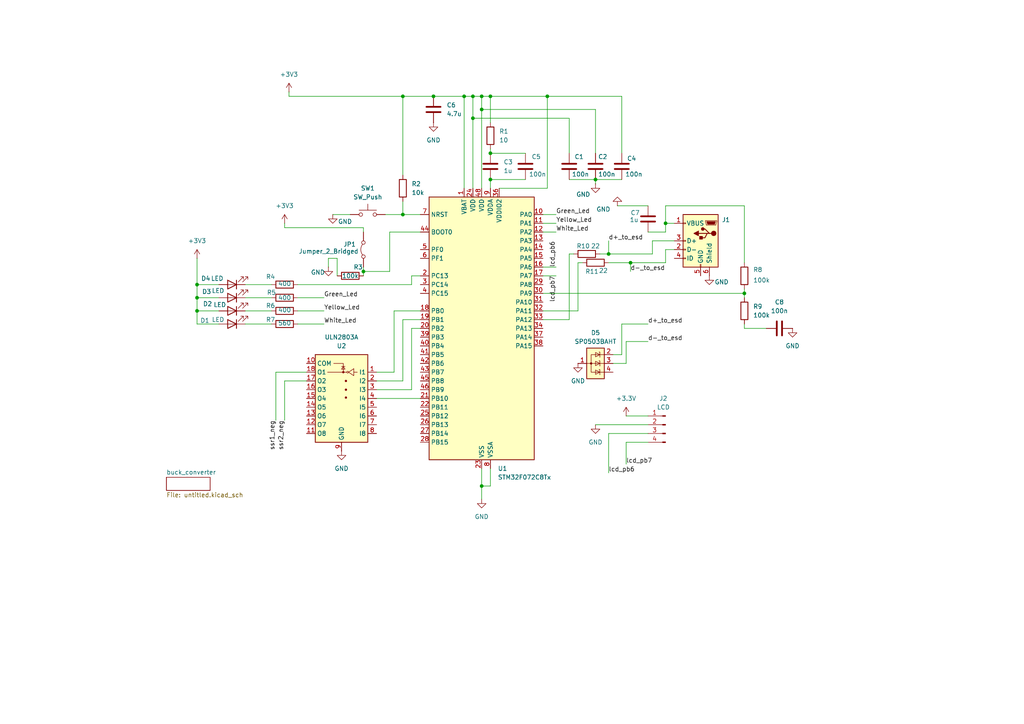
<source format=kicad_sch>
(kicad_sch (version 20250114) (generator "eeschema") (generator_version "9.0")
  (paper "A4")
  (title_block (title "Automatic Generator Transfer Switch") (date "2025-10-30") (rev "1") (company "Aidan Hall (CE) & Spencer Grow (CE)"))
  (lib_symbols
    (symbol "Connector:Conn_01x04_Pin" (pin_names (offset 1.016) (hide yes))
      (property "Reference" "J" (at 0 5.08 0))
      (property "Value" "Conn_01x04_Pin" (at 0 -7.62 0))
      (symbol "Conn_01x04_Pin_1_1"
        (rectangle (start 0.8636 2.667) (end 0 2.413) (stroke (width 0.1524)) (fill (type outline)))
        (rectangle (start 0.8636 0.127) (end 0 -0.127) (stroke (width 0.1524)) (fill (type outline)))
        (rectangle (start 0.8636 -2.413) (end 0 -2.667) (stroke (width 0.1524)) (fill (type outline)))
        (rectangle (start 0.8636 -4.953) (end 0 -5.207) (stroke (width 0.1524)) (fill (type outline)))
        (polyline (pts (xy 1.27 2.54) (xy 0.8636 2.54)) (stroke (width 0.1524)))
        (polyline (pts (xy 1.27 0) (xy 0.8636 0)) (stroke (width 0.1524)))
        (polyline (pts (xy 1.27 -2.54) (xy 0.8636 -2.54)) (stroke (width 0.1524)))
        (polyline (pts (xy 1.27 -5.08) (xy 0.8636 -5.08)) (stroke (width 0.1524)))
        (pin passive line (at 5.08 2.54 180) (length 3.81) (name "Pin_1") (number "1"))
        (pin passive line (at 5.08 0 180) (length 3.81) (name "Pin_2") (number "2"))
        (pin passive line (at 5.08 -2.54 180) (length 3.81) (name "Pin_3") (number "3"))
        (pin passive line (at 5.08 -5.08 180) (length 3.81) (name "Pin_4") (number "4"))
      )
    )
    (symbol "Connector:USB_B_Micro" (pin_names (offset 1.016))
      (property "Reference" "J" (at -5.08 11.43 0))
      (property "Value" "USB_B_Micro" (at -5.08 8.89 0))
      (symbol "USB_B_Micro_0_1"
        (rectangle (start -5.08 -7.62) (end 5.08 7.62) (stroke (width 0.254)) (fill (type background)))
        (polyline (pts (xy -4.699 5.842) (xy -4.699 5.588) (xy -4.445 4.826) (xy -4.445 4.572) (xy -1.651 4.572) (xy -1.651 4.826) (xy -1.397 5.588) (xy -1.397 5.842) (xy -4.699 5.842)))
        (polyline (pts (xy -4.318 5.588) (xy -1.778 5.588) (xy -2.032 4.826) (xy -4.064 4.826) (xy -4.318 5.588)) (fill (type outline)))
        (circle (center -3.81 2.159) (radius 0.635) (stroke (width 0.254)) (fill (type outline)))
        (polyline (pts (xy -3.175 2.159) (xy -2.54 2.159) (xy -1.27 3.429) (xy -0.635 3.429)) (stroke (width 0.254)))
        (polyline (pts (xy -2.54 2.159) (xy -1.905 2.159) (xy -1.27 0.889) (xy 0 0.889)) (stroke (width 0.254)))
        (polyline (pts (xy -1.905 2.159) (xy 0.635 2.159)) (stroke (width 0.254)))
        (circle (center -0.635 3.429) (radius 0.381) (stroke (width 0.254)) (fill (type outline)))
        (rectangle (start -0.127 -7.62) (end 0.127 -6.858))
        (rectangle (start 0.254 1.27) (end -0.508 0.508) (stroke (width 0.254)) (fill (type outline)))
        (polyline (pts (xy 0.635 2.794) (xy 0.635 1.524) (xy 1.905 2.159) (xy 0.635 2.794)) (stroke (width 0.254)) (fill (type outline)))
        (rectangle (start 5.08 4.953) (end 4.318 5.207))
        (rectangle (start 5.08 -0.127) (end 4.318 0.127))
        (rectangle (start 5.08 -2.667) (end 4.318 -2.413))
        (rectangle (start 5.08 -5.207) (end 4.318 -4.953))
      )
      (symbol "USB_B_Micro_1_1"
        (pin passive line (at -2.54 -10.16 90) (length 2.54) (name "Shield") (number "6"))
        (pin power_out line (at 0 -10.16 90) (length 2.54) (name "GND") (number "5"))
        (pin power_out line (at 7.62 5.08 180) (length 2.54) (name "VBUS") (number "1"))
        (pin bidirectional line (at 7.62 0 180) (length 2.54) (name "D+") (number "3"))
        (pin bidirectional line (at 7.62 -2.54 180) (length 2.54) (name "D-") (number "2"))
        (pin passive line (at 7.62 -5.08 180) (length 2.54) (name "ID") (number "4"))
      )
    )
    (symbol "Device:C" (pin_numbers (hide yes)) (pin_names (offset 0.254))
      (property "Reference" "C" (at 0.635 2.54 0))
      (property "Value" "C" (at 0.635 -2.54 0))
      (symbol "C_0_1"
        (polyline (pts (xy -2.032 0.762) (xy 2.032 0.762)) (stroke (width 0.508)))
        (polyline (pts (xy -2.032 -0.762) (xy 2.032 -0.762)) (stroke (width 0.508)))
      )
      (symbol "C_1_1"
        (pin passive line (at 0 3.81 270) (length 2.794) (name "~") (number "1"))
        (pin passive line (at 0 -3.81 90) (length 2.794) (name "~") (number "2"))
      )
    )
    (symbol "Device:LED" (pin_numbers (hide yes)) (pin_names (offset 1.016) (hide yes))
      (property "Reference" "D" (at 0 2.54 0))
      (property "Value" "LED" (at 0 -2.54 0))
      (symbol "LED_0_1"
        (polyline (pts (xy -3.048 -0.762) (xy -4.572 -2.286) (xy -3.81 -2.286) (xy -4.572 -2.286) (xy -4.572 -1.524)))
        (polyline (pts (xy -1.778 -0.762) (xy -3.302 -2.286) (xy -2.54 -2.286) (xy -3.302 -2.286) (xy -3.302 -1.524)))
        (polyline (pts (xy -1.27 0) (xy 1.27 0)))
        (polyline (pts (xy -1.27 -1.27) (xy -1.27 1.27)) (stroke (width 0.254)))
        (polyline (pts (xy 1.27 -1.27) (xy 1.27 1.27) (xy -1.27 0) (xy 1.27 -1.27)) (stroke (width 0.254)))
      )
      (symbol "LED_1_1"
        (pin passive line (at -3.81 0 0) (length 2.54) (name "K") (number "1"))
        (pin passive line (at 3.81 0 180) (length 2.54) (name "A") (number "2"))
      )
    )
    (symbol "Device:R" (pin_numbers (hide yes)) (pin_names (offset 0))
      (property "Reference" "R" (at 2.032 0 90))
      (property "Value" "R" (at 0 0 90))
      (symbol "R_0_1"
        (rectangle (start -1.016 -2.54) (end 1.016 2.54) (stroke (width 0.254)))
      )
      (symbol "R_1_1"
        (pin passive line (at 0 3.81 270) (length 1.27) (name "~") (number "1"))
        (pin passive line (at 0 -3.81 90) (length 1.27) (name "~") (number "2"))
      )
    )
    (symbol "Jumper:Jumper_2_Bridged" (pin_numbers (hide yes)) (pin_names (offset 0) (hide yes))
      (property "Reference" "JP" (at 0 1.905 0))
      (property "Value" "Jumper_2_Bridged" (at 0 -2.54 0))
      (symbol "Jumper_2_Bridged_0_0"
        (circle (center -2.032 0) (radius 0.508))
        (circle (center 2.032 0) (radius 0.508))
      )
      (symbol "Jumper_2_Bridged_0_1"
        (arc (start -1.524 0.254) (mid 0 0.762) (end 1.524 0.254))
      )
      (symbol "Jumper_2_Bridged_1_1"
        (pin passive line (at -5.08 0 0) (length 2.54) (name "A") (number "1"))
        (pin passive line (at 5.08 0 180) (length 2.54) (name "B") (number "2"))
      )
    )
    (symbol "MCU_ST_STM32F0:STM32F072C8Tx"
      (property "Reference" "U" (at -15.24 39.37 0))
      (property "Value" "STM32F072C8Tx" (at 7.62 39.37 0))
      (symbol "STM32F072C8Tx_0_1"
        (rectangle (start -15.24 -38.1) (end 15.24 38.1) (stroke (width 0.254)) (fill (type background)))
      )
      (symbol "STM32F072C8Tx_1_1"
        (pin input line (at -17.78 33.02 0) (length 2.54) (name "NRST") (number "7"))
        (pin input line (at -17.78 27.94 0) (length 2.54) (name "BOOT0") (number "44"))
        (pin bidirectional line (at -17.78 22.86 0) (length 2.54) (name "PF0") (number "5"))
        (pin bidirectional line (at -17.78 20.32 0) (length 2.54) (name "PF1") (number "6"))
        (pin bidirectional line (at -17.78 15.24 0) (length 2.54) (name "PC13") (number "2"))
        (pin bidirectional line (at -17.78 12.7 0) (length 2.54) (name "PC14") (number "3"))
        (pin bidirectional line (at -17.78 10.16 0) (length 2.54) (name "PC15") (number "4"))
        (pin bidirectional line (at -17.78 5.08 0) (length 2.54) (name "PB0") (number "18"))
        (pin bidirectional line (at -17.78 2.54 0) (length 2.54) (name "PB1") (number "19"))
        (pin bidirectional line (at -17.78 0 0) (length 2.54) (name "PB2") (number "20"))
        (pin bidirectional line (at -17.78 -2.54 0) (length 2.54) (name "PB3") (number "39"))
        (pin bidirectional line (at -17.78 -5.08 0) (length 2.54) (name "PB4") (number "40"))
        (pin bidirectional line (at -17.78 -7.62 0) (length 2.54) (name "PB5") (number "41"))
        (pin bidirectional line (at -17.78 -10.16 0) (length 2.54) (name "PB6") (number "42"))
        (pin bidirectional line (at -17.78 -12.7 0) (length 2.54) (name "PB7") (number "43"))
        (pin bidirectional line (at -17.78 -15.24 0) (length 2.54) (name "PB8") (number "45"))
        (pin bidirectional line (at -17.78 -17.78 0) (length 2.54) (name "PB9") (number "46"))
        (pin bidirectional line (at -17.78 -20.32 0) (length 2.54) (name "PB10") (number "21"))
        (pin bidirectional line (at -17.78 -22.86 0) (length 2.54) (name "PB11") (number "22"))
        (pin bidirectional line (at -17.78 -25.4 0) (length 2.54) (name "PB12") (number "25"))
        (pin bidirectional line (at -17.78 -27.94 0) (length 2.54) (name "PB13") (number "26"))
        (pin bidirectional line (at -17.78 -30.48 0) (length 2.54) (name "PB14") (number "27"))
        (pin bidirectional line (at -17.78 -33.02 0) (length 2.54) (name "PB15") (number "28"))
        (pin power_in line (at -5.08 40.64 270) (length 2.54) (name "VBAT") (number "1"))
        (pin power_in line (at -2.54 40.64 270) (length 2.54) (name "VDD") (number "24"))
        (pin power_in line (at 0 40.64 270) (length 2.54) (name "VDD") (number "48"))
        (pin power_in line (at 0 -40.64 90) (length 2.54) (name "VSS") (number "23"))
        (pin passive line (at 0 -40.64 90) (length 2.54) (hide yes) (name "VSS") (number "35"))
        (pin passive line (at 0 -40.64 90) (length 2.54) (hide yes) (name "VSS") (number "47"))
        (pin power_in line (at 2.54 40.64 270) (length 2.54) (name "VDDA") (number "9"))
        (pin power_in line (at 2.54 -40.64 90) (length 2.54) (name "VSSA") (number "8"))
        (pin power_in line (at 5.08 40.64 270) (length 2.54) (name "VDDIO2") (number "36"))
        (pin bidirectional line (at 17.78 33.02 180) (length 2.54) (name "PA0") (number "10"))
        (pin bidirectional line (at 17.78 30.48 180) (length 2.54) (name "PA1") (number "11"))
        (pin bidirectional line (at 17.78 27.94 180) (length 2.54) (name "PA2") (number "12"))
        (pin bidirectional line (at 17.78 25.4 180) (length 2.54) (name "PA3") (number "13"))
        (pin bidirectional line (at 17.78 22.86 180) (length 2.54) (name "PA4") (number "14"))
        (pin bidirectional line (at 17.78 20.32 180) (length 2.54) (name "PA5") (number "15"))
        (pin bidirectional line (at 17.78 17.78 180) (length 2.54) (name "PA6") (number "16"))
        (pin bidirectional line (at 17.78 15.24 180) (length 2.54) (name "PA7") (number "17"))
        (pin bidirectional line (at 17.78 12.7 180) (length 2.54) (name "PA8") (number "29"))
        (pin bidirectional line (at 17.78 10.16 180) (length 2.54) (name "PA9") (number "30"))
        (pin bidirectional line (at 17.78 7.62 180) (length 2.54) (name "PA10") (number "31"))
        (pin bidirectional line (at 17.78 5.08 180) (length 2.54) (name "PA11") (number "32"))
        (pin bidirectional line (at 17.78 2.54 180) (length 2.54) (name "PA12") (number "33"))
        (pin bidirectional line (at 17.78 0 180) (length 2.54) (name "PA13") (number "34"))
        (pin bidirectional line (at 17.78 -2.54 180) (length 2.54) (name "PA14") (number "37"))
        (pin bidirectional line (at 17.78 -5.08 180) (length 2.54) (name "PA15") (number "38"))
      )
    )
    (symbol "Power_Protection:SP0503BAHT" (pin_names (hide yes))
      (property "Reference" "D" (at 5.715 2.54 0))
      (property "Value" "SP0503BAHT" (at 5.715 0.635 0))
      (symbol "SP0503BAHT_0_0"
        (pin passive line (at 0 -5.08 90) (length 2.54) (name "A") (number "1"))
      )
      (symbol "SP0503BAHT_0_1"
        (rectangle (start -4.445 2.54) (end 4.445 -2.54) (stroke (width 0.254)) (fill (type background)))
        (polyline (pts (xy -3.302 1.016) (xy -3.302 1.27) (xy -1.905 1.27) (xy -1.778 1.27)))
        (polyline (pts (xy -2.54 2.54) (xy -2.54 1.27)))
        (polyline (pts (xy -2.54 1.27) (xy -2.54 -1.27) (xy 2.54 -1.27) (xy 2.54 1.27)))
        (polyline (pts (xy -2.54 1.27) (xy -1.905 0) (xy -3.175 0) (xy -2.54 1.27)))
        (polyline (pts (xy 0 2.54) (xy 0 1.27)))
        (polyline (pts (xy 0 -1.27) (xy 0 1.27)))
        (polyline (pts (xy 0 -1.27) (xy 0 -2.54)))
        (circle (center 0 -1.27) (radius 0.254) (fill (type outline)))
        (polyline (pts (xy 0.635 1.27) (xy 0.762 1.27)))
        (polyline (pts (xy 0.635 1.27) (xy -0.762 1.27) (xy -0.762 1.016)))
        (polyline (pts (xy 0.635 0) (xy -0.635 0) (xy 0 1.27) (xy 0.635 0)))
        (polyline (pts (xy 1.778 1.016) (xy 1.778 1.27) (xy 3.175 1.27) (xy 3.302 1.27)))
        (polyline (pts (xy 2.54 2.54) (xy 2.54 1.27)))
        (polyline (pts (xy 2.54 1.27) (xy 1.905 0) (xy 3.175 0) (xy 2.54 1.27)))
      )
      (symbol "SP0503BAHT_1_1"
        (pin passive line (at -2.54 5.08 270) (length 2.54) (name "K") (number "2"))
        (pin passive line (at 0 5.08 270) (length 2.54) (name "K") (number "3"))
        (pin passive line (at 2.54 5.08 270) (length 2.54) (name "K") (number "4"))
      )
    )
    (symbol "Switch:SW_Push" (pin_numbers (hide yes)) (pin_names (offset 1.016) (hide yes))
      (property "Reference" "SW" (at 1.27 2.54 0))
      (property "Value" "SW_Push" (at 0 -1.524 0))
      (symbol "SW_Push_0_1"
        (circle (center -2.032 0) (radius 0.508))
        (polyline (pts (xy 0 1.27) (xy 0 3.048)))
        (circle (center 2.032 0) (radius 0.508))
        (polyline (pts (xy 2.54 1.27) (xy -2.54 1.27)))
        (pin passive line (at -5.08 0 0) (length 2.54) (name "1") (number "1"))
        (pin passive line (at 5.08 0 180) (length 2.54) (name "2") (number "2"))
      )
    )
    (symbol "Transistor_Array:ULN2803A"
      (property "Reference" "U" (at 0 13.335 0))
      (property "Value" "ULN2803A" (at 0 11.43 0))
      (symbol "ULN2803A_0_1"
        (rectangle (start -7.62 -15.24) (end 7.62 10.16) (stroke (width 0.254)) (fill (type background)))
        (polyline (pts (xy -4.572 5.08) (xy -3.556 5.08)))
        (polyline (pts (xy -3.556 6.096) (xy -3.556 4.064) (xy -2.032 5.08) (xy -3.556 6.096)))
        (circle (center -1.778 5.08) (radius 0.254))
        (polyline (pts (xy -1.524 5.08) (xy 4.064 5.08)))
        (circle (center -1.27 2.54) (radius 0.254) (fill (type outline)))
        (circle (center -1.27 0) (radius 0.254) (fill (type outline)))
        (circle (center -1.27 -2.286) (radius 0.254) (fill (type outline)))
        (circle (center -0.508 5.08) (radius 0.254) (fill (type outline)))
        (polyline (pts (xy -0.508 5.08) (xy -0.508 7.62) (xy 2.286 7.62)))
        (polyline (pts (xy 0 6.731) (xy -1.016 6.731)))
        (polyline (pts (xy 0 5.969) (xy -1.016 5.969) (xy -0.508 6.731) (xy 0 5.969)))
      )
      (symbol "ULN2803A_1_1"
        (pin input line (at -10.16 5.08 0) (length 2.54) (name "I1") (number "1"))
        (pin input line (at -10.16 2.54 0) (length 2.54) (name "I2") (number "2"))
        (pin input line (at -10.16 0 0) (length 2.54) (name "I3") (number "3"))
        (pin input line (at -10.16 -2.54 0) (length 2.54) (name "I4") (number "4"))
        (pin input line (at -10.16 -5.08 0) (length 2.54) (name "I5") (number "5"))
        (pin input line (at -10.16 -7.62 0) (length 2.54) (name "I6") (number "6"))
        (pin input line (at -10.16 -10.16 0) (length 2.54) (name "I7") (number "7"))
        (pin input line (at -10.16 -12.7 0) (length 2.54) (name "I8") (number "8"))
        (pin power_in line (at 0 -17.78 90) (length 2.54) (name "GND") (number "9"))
        (pin passive line (at 10.16 7.62 180) (length 2.54) (name "COM") (number "10"))
        (pin open_collector line (at 10.16 5.08 180) (length 2.54) (name "O1") (number "18"))
        (pin open_collector line (at 10.16 2.54 180) (length 2.54) (name "O2") (number "17"))
        (pin open_collector line (at 10.16 0 180) (length 2.54) (name "O3") (number "16"))
        (pin open_collector line (at 10.16 -2.54 180) (length 2.54) (name "O4") (number "15"))
        (pin open_collector line (at 10.16 -5.08 180) (length 2.54) (name "O5") (number "14"))
        (pin open_collector line (at 10.16 -7.62 180) (length 2.54) (name "O6") (number "13"))
        (pin open_collector line (at 10.16 -10.16 180) (length 2.54) (name "O7") (number "12"))
        (pin open_collector line (at 10.16 -12.7 180) (length 2.54) (name "O8") (number "11"))
      )
    )
    (symbol "power:+3.3V" (power) (pin_numbers (hide yes)) (pin_names (offset 0) (hide yes))
      (property "Value" "+3.3V" (at 0 3.556 0))
      (symbol "+3.3V_0_1"
        (polyline (pts (xy -0.762 1.27) (xy 0 2.54)))
        (polyline (pts (xy 0 2.54) (xy 0.762 1.27)))
        (polyline (pts (xy 0 0) (xy 0 2.54)))
      )
      (symbol "+3.3V_1_1"
        (pin power_in line (at 0 0 90) (length 0) (name "~") (number "1"))
      )
    )
    (symbol "power:+3V3" (power) (pin_numbers (hide yes)) (pin_names (offset 0) (hide yes))
      (property "Value" "+3V3" (at 0 3.556 0))
      (symbol "+3V3_0_1"
        (polyline (pts (xy -0.762 1.27) (xy 0 2.54)))
        (polyline (pts (xy 0 2.54) (xy 0.762 1.27)))
        (polyline (pts (xy 0 0) (xy 0 2.54)))
      )
      (symbol "+3V3_1_1"
        (pin power_in line (at 0 0 90) (length 0) (name "~") (number "1"))
      )
    )
    (symbol "power:GND" (power) (pin_numbers (hide yes)) (pin_names (offset 0) (hide yes))
      (property "Value" "GND" (at 0 -3.81 0))
      (symbol "GND_0_1"
        (polyline (pts (xy 0 0) (xy 0 -1.27) (xy 1.27 -1.27) (xy 0 -2.54) (xy -1.27 -1.27) (xy 0 -1.27)))
      )
      (symbol "GND_1_1"
        (pin power_in line (at 0 0 270) (length 0) (name "~") (number "1"))
      )
    )
  )
  (junction (at 215.9 85.09))
  (junction (at 57.15 90.17))
  (junction (at 139.7 140.97))
  (junction (at 176.53 73.66))
  (junction (at 116.84 62.23))
  (junction (at 137.16 27.94))
  (junction (at 116.84 27.94))
  (junction (at 142.24 44.45))
  (junction (at 137.16 34.29))
  (junction (at 172.72 52.07))
  (junction (at 57.15 86.36))
  (junction (at 139.7 27.94))
  (junction (at 158.75 27.94))
  (junction (at 142.24 52.07))
  (junction (at 142.24 27.94))
  (junction (at 134.62 27.94))
  (junction (at 125.73 27.94))
  (junction (at 139.7 31.75))
  (junction (at 182.88 76.2))
  (junction (at 105.41 78.74))
  (junction (at 57.15 82.55))
  (junction (at 193.04 64.77))
  (wire (pts (xy 101.6 62.23) (xy 96.52 62.23)))
  (wire (pts (xy 71.12 90.17) (xy 78.74 90.17)))
  (wire (pts (xy 193.04 64.77) (xy 195.58 64.77)))
  (wire (pts (xy 215.9 59.69) (xy 215.9 76.2)))
  (wire (pts (xy 71.12 86.36) (xy 78.74 86.36)))
  (wire (pts (xy 114.3 90.17) (xy 114.3 107.95)))
  (wire (pts (xy 193.04 72.39) (xy 195.58 72.39)))
  (wire (pts (xy 116.84 92.71) (xy 116.84 110.49)))
  (wire (pts (xy 181.61 105.41) (xy 181.61 99.06)))
  (wire (pts (xy 86.36 93.98) (xy 93.98 93.98)))
  (wire (pts (xy 165.1 34.29) (xy 165.1 44.45)))
  (wire (pts (xy 82.55 110.49) (xy 82.55 121.92)))
  (wire (pts (xy 121.92 95.25) (xy 119.38 95.25)))
  (wire (pts (xy 119.38 82.55) (xy 119.38 80.01)))
  (wire (pts (xy 172.72 44.45) (xy 172.72 31.75)))
  (wire (pts (xy 116.84 110.49) (xy 109.22 110.49)))
  (wire (pts (xy 157.48 80.01) (xy 161.29 80.01)))
  (wire (pts (xy 161.29 64.77) (xy 157.48 64.77)))
  (wire (pts (xy 189.23 73.66) (xy 189.23 69.85)))
  (wire (pts (xy 139.7 31.75) (xy 139.7 54.61)))
  (wire (pts (xy 57.15 82.55) (xy 57.15 86.36)))
  (wire (pts (xy 88.9 110.49) (xy 82.55 110.49)))
  (wire (pts (xy 113.03 67.31) (xy 121.92 67.31)))
  (wire (pts (xy 165.1 92.71) (xy 157.48 92.71)))
  (wire (pts (xy 137.16 27.94) (xy 139.7 27.94)))
  (wire (pts (xy 83.82 27.94) (xy 116.84 27.94)))
  (wire (pts (xy 180.34 102.87) (xy 177.8 102.87)))
  (wire (pts (xy 215.9 95.25) (xy 222.25 95.25)))
  (wire (pts (xy 193.04 64.77) (xy 193.04 59.69)))
  (wire (pts (xy 80.01 107.95) (xy 80.01 121.92)))
  (wire (pts (xy 193.04 59.69) (xy 215.9 59.69)))
  (wire (pts (xy 180.34 93.98) (xy 187.96 93.98)))
  (wire (pts (xy 176.53 125.73) (xy 176.53 137.16)))
  (wire (pts (xy 86.36 86.36) (xy 93.98 86.36)))
  (wire (pts (xy 157.48 77.47) (xy 161.29 77.47)))
  (wire (pts (xy 172.72 52.07) (xy 172.72 53.34)))
  (wire (pts (xy 83.82 26.67) (xy 83.82 27.94)))
  (wire (pts (xy 193.04 64.77) (xy 193.04 67.31)))
  (wire (pts (xy 176.53 73.66) (xy 189.23 73.66)))
  (wire (pts (xy 57.15 90.17) (xy 63.5 90.17)))
  (wire (pts (xy 215.9 83.82) (xy 215.9 85.09)))
  (wire (pts (xy 182.88 76.2) (xy 193.04 76.2)))
  (wire (pts (xy 187.96 59.69) (xy 179.07 59.69)))
  (wire (pts (xy 71.12 82.55) (xy 78.74 82.55)))
  (wire (pts (xy 142.24 27.94) (xy 142.24 35.56)))
  (wire (pts (xy 182.88 76.2) (xy 182.88 78.74)))
  (wire (pts (xy 57.15 90.17) (xy 57.15 93.98)))
  (wire (pts (xy 111.76 62.23) (xy 116.84 62.23)))
  (wire (pts (xy 142.24 135.89) (xy 142.24 140.97)))
  (wire (pts (xy 187.96 67.31) (xy 193.04 67.31)))
  (wire (pts (xy 180.34 93.98) (xy 180.34 102.87)))
  (wire (pts (xy 88.9 107.95) (xy 80.01 107.95)))
  (wire (pts (xy 176.53 69.85) (xy 176.53 73.66)))
  (wire (pts (xy 119.38 80.01) (xy 121.92 80.01)))
  (wire (pts (xy 57.15 86.36) (xy 63.5 86.36)))
  (wire (pts (xy 137.16 27.94) (xy 137.16 34.29)))
  (wire (pts (xy 139.7 140.97) (xy 139.7 144.78)))
  (wire (pts (xy 172.72 52.07) (xy 180.34 52.07)))
  (wire (pts (xy 181.61 99.06) (xy 187.96 99.06)))
  (wire (pts (xy 181.61 120.65) (xy 187.96 120.65)))
  (wire (pts (xy 57.15 82.55) (xy 63.5 82.55)))
  (wire (pts (xy 125.73 27.94) (xy 134.62 27.94)))
  (wire (pts (xy 71.12 93.98) (xy 78.74 93.98)))
  (wire (pts (xy 134.62 27.94) (xy 134.62 54.61)))
  (wire (pts (xy 114.3 107.95) (xy 109.22 107.95)))
  (wire (pts (xy 189.23 69.85) (xy 195.58 69.85)))
  (wire (pts (xy 116.84 58.42) (xy 116.84 62.23)))
  (wire (pts (xy 57.15 74.93) (xy 57.15 82.55)))
  (wire (pts (xy 134.62 27.94) (xy 137.16 27.94)))
  (wire (pts (xy 95.25 74.93) (xy 95.25 77.47)))
  (wire (pts (xy 161.29 67.31) (xy 157.48 67.31)))
  (wire (pts (xy 97.79 74.93) (xy 95.25 74.93)))
  (wire (pts (xy 105.41 78.74) (xy 105.41 77.47)))
  (wire (pts (xy 180.34 27.94) (xy 180.34 44.45)))
  (wire (pts (xy 116.84 62.23) (xy 121.92 62.23)))
  (wire (pts (xy 193.04 76.2) (xy 193.04 72.39)))
  (wire (pts (xy 157.48 85.09) (xy 215.9 85.09)))
  (wire (pts (xy 161.29 62.23) (xy 157.48 62.23)))
  (wire (pts (xy 144.78 54.61) (xy 158.75 54.61)))
  (wire (pts (xy 105.41 80.01) (xy 105.41 78.74)))
  (wire (pts (xy 176.53 76.2) (xy 182.88 76.2)))
  (wire (pts (xy 137.16 34.29) (xy 137.16 54.61)))
  (wire (pts (xy 137.16 34.29) (xy 165.1 34.29)))
  (wire (pts (xy 121.92 92.71) (xy 116.84 92.71)))
  (wire (pts (xy 119.38 95.25) (xy 119.38 113.03)))
  (wire (pts (xy 121.92 90.17) (xy 114.3 90.17)))
  (wire (pts (xy 105.41 66.04) (xy 105.41 67.31)))
  (wire (pts (xy 181.61 128.27) (xy 181.61 134.62)))
  (wire (pts (xy 142.24 140.97) (xy 139.7 140.97)))
  (wire (pts (xy 142.24 43.18) (xy 142.24 44.45)))
  (wire (pts (xy 172.72 123.19) (xy 187.96 123.19)))
  (wire (pts (xy 142.24 52.07) (xy 152.4 52.07)))
  (wire (pts (xy 176.53 73.66) (xy 173.99 73.66)))
  (wire (pts (xy 86.36 82.55) (xy 119.38 82.55)))
  (wire (pts (xy 165.1 73.66) (xy 166.37 73.66)))
  (wire (pts (xy 158.75 27.94) (xy 158.75 54.61)))
  (wire (pts (xy 158.75 27.94) (xy 180.34 27.94)))
  (wire (pts (xy 165.1 52.07) (xy 172.72 52.07)))
  (wire (pts (xy 86.36 90.17) (xy 93.98 90.17)))
  (wire (pts (xy 139.7 27.94) (xy 142.24 27.94)))
  (wire (pts (xy 113.03 78.74) (xy 113.03 67.31)))
  (wire (pts (xy 181.61 105.41) (xy 177.8 105.41)))
  (wire (pts (xy 105.41 78.74) (xy 113.03 78.74)))
  (wire (pts (xy 181.61 128.27) (xy 187.96 128.27)))
  (wire (pts (xy 116.84 50.8) (xy 116.84 27.94)))
  (wire (pts (xy 172.72 31.75) (xy 139.7 31.75)))
  (wire (pts (xy 82.55 66.04) (xy 105.41 66.04)))
  (wire (pts (xy 139.7 27.94) (xy 139.7 31.75)))
  (wire (pts (xy 176.53 125.73) (xy 187.96 125.73)))
  (wire (pts (xy 167.64 90.17) (xy 167.64 76.2)))
  (wire (pts (xy 215.9 93.98) (xy 215.9 95.25)))
  (wire (pts (xy 142.24 52.07) (xy 142.24 54.61)))
  (wire (pts (xy 215.9 85.09) (xy 215.9 86.36)))
  (wire (pts (xy 82.55 66.04) (xy 82.55 64.77)))
  (wire (pts (xy 167.64 76.2) (xy 168.91 76.2)))
  (wire (pts (xy 109.22 115.57) (xy 121.92 115.57)))
  (wire (pts (xy 119.38 113.03) (xy 109.22 113.03)))
  (wire (pts (xy 57.15 93.98) (xy 63.5 93.98)))
  (wire (pts (xy 157.48 90.17) (xy 167.64 90.17)))
  (wire (pts (xy 165.1 73.66) (xy 165.1 92.71)))
  (wire (pts (xy 142.24 27.94) (xy 158.75 27.94)))
  (wire (pts (xy 139.7 135.89) (xy 139.7 140.97)))
  (wire (pts (xy 57.15 86.36) (xy 57.15 90.17)))
  (wire (pts (xy 116.84 27.94) (xy 125.73 27.94)))
  (wire (pts (xy 142.24 44.45) (xy 152.4 44.45)))
  (wire (pts (xy 97.79 80.01) (xy 97.79 74.93)))
  (label "d+_to_esd" (at 187.96 93.98 0))
  (label "Green_Led" (at 161.29 62.23 0))
  (label "White_Led" (at 93.98 93.98 0))
  (label "lcd_pb6" (at 176.53 137.16 0))
  (label "d+_to_esd" (at 176.53 69.85 0))
  (label "ssr1_neg" (at 80.01 121.92 270))
  (label "ssr2_neg" (at 82.55 121.92 270))
  (label "Green_Led" (at 93.98 86.36 0))
  (label "lcd_pb7" (at 161.29 80.01 270))
  (label "d-_to_esd" (at 182.88 78.74 0))
  (label "lcd_pb7" (at 181.61 134.62 0))
  (label "Yellow_Led" (at 161.29 64.77 0))
  (label "White_Led" (at 161.29 67.31 0))
  (label "d-_to_esd" (at 187.96 99.06 0))
  (label "lcd_pb6" (at 161.29 77.47 90))
  (label "Yellow_Led" (at 93.98 90.17 0))
  (symbol (lib_id "Device:R") (at 170.18 73.66 90) (unit 1)
    (property "Reference" "R10" (at 169.164 71.374 90))
    (property "Value" "22" (at 172.72 71.374 90))
    (property "Description" "Resistor" (effects (hide yes)))
  )
  (symbol (lib_id "power:+3V3") (at 83.82 26.67 0) (unit 1)
    (property "Reference" "#PWR01" (effects (hide yes)))
    (property "Value" "+3V3" (at 83.82 21.59 0))
    (property "Description" "Power symbol creates a global label with name \"+3V3\"" (effects (hide yes)))
  )
  (symbol (lib_id "power:GND") (at 125.73 35.56 0) (unit 1)
    (property "Reference" "#PWR08" (effects (hide yes)))
    (property "Value" "GND" (at 125.73 40.64 0))
    (property "Description" "Power symbol creates a global label with name \"GND\" , ground" (effects (hide yes)))
  )
  (symbol (lib_id "Jumper:Jumper_2_Bridged") (at 105.41 72.39 90) (unit 1)
    (property "Reference" "JP1" (at 99.568 70.866 90) (effects (justify right)))
    (property "Value" "Jumper_2_Bridged" (at 86.614 72.898 90) (effects (justify right)))
    (property "Description" "Jumper, 2-pole, closed/bridged" (effects (hide yes)))
  )
  (symbol (lib_id "power:GND") (at 167.64 105.41 0) (unit 1)
    (property "Reference" "#PWR010" (effects (hide yes)))
    (property "Value" "GND" (at 167.64 110.49 0))
    (property "Description" "Power symbol creates a global label with name \"GND\" , ground" (effects (hide yes)))
  )
  (symbol (lib_id "Device:LED") (at 67.31 82.55 180) (unit 1)
    (property "Reference" "D4" (at 59.69 80.772 0))
    (property "Value" "LED" (at 62.992 80.772 0))
    (property "Description" "RED" (effects (hide yes)))
    (property "Sim.Pins" "1=K 2=A" (effects (hide yes)))
  )
  (symbol (lib_id "power:GND") (at 96.52 62.23 0) (unit 1)
    (property "Reference" "#PWR03" (effects (hide yes)))
    (property "Value" "GND" (at 100.076 64.262 0))
    (property "Description" "Power symbol creates a global label with name \"GND\" , ground" (effects (hide yes)))
  )
  (symbol (lib_id "Connector:USB_B_Micro") (at 203.2 69.85 0) (mirror y) (unit 1)
    (property "Reference" "J1" (at 210.566 63.754 0))
    (property "Value" "USB_B_Micro" (effects (hide yes)))
    (property "Description" "USB Micro Type B connector" (effects (hide yes)))
  )
  (symbol (lib_id "Device:C") (at 125.73 31.75 0) (unit 1)
    (property "Reference" "C6" (at 129.54 30.4799 0) (effects (justify left)))
    (property "Value" "4.7u" (at 129.54 33.0199 0) (effects (justify left)))
    (property "Description" "Unpolarized capacitor" (effects (hide yes)))
  )
  (symbol (lib_id "Device:C") (at 142.24 48.26 0) (unit 1)
    (property "Reference" "C3" (at 146.05 46.9899 0) (effects (justify left)))
    (property "Value" "1u" (at 146.05 49.5299 0) (effects (justify left)))
    (property "Description" "Unpolarized capacitor" (effects (hide yes)))
  )
  (symbol (lib_id "Device:R") (at 142.24 39.37 0) (unit 1)
    (property "Reference" "R1" (at 144.78 38.0999 0) (effects (justify left)))
    (property "Value" "10" (at 144.78 40.6399 0) (effects (justify left)))
    (property "Description" "Resistor" (effects (hide yes)))
  )
  (symbol (lib_id "Device:R") (at 82.55 90.17 90) (unit 1)
    (property "Reference" "R6" (at 78.486 88.646 90))
    (property "Value" "400" (at 82.55 89.916 90))
    (property "Description" "Resistor" (effects (hide yes)))
  )
  (symbol (lib_id "Device:C") (at 165.1 48.26 0) (unit 1)
    (property "Reference" "C1" (at 166.624 45.466 0) (effects (justify left)))
    (property "Value" "100n" (at 165.862 50.546 0) (effects (justify left)))
    (property "Footprint" "Connector_USB:USB_Micro-B_Molex-105017-0001" (effects (hide yes)))
    (property "Description" "Unpolarized capacitor" (effects (hide yes)))
  )
  (symbol (lib_id "Device:C") (at 187.96 63.5 0) (unit 1)
    (property "Reference" "C7" (at 182.88 61.722 0) (effects (justify left)))
    (property "Value" "1u" (at 182.626 63.754 0) (effects (justify left)))
    (property "Description" "Unpolarized capacitor" (effects (hide yes)))
  )
  (symbol (lib_id "Device:R") (at 116.84 54.61 0) (unit 1)
    (property "Reference" "R2" (at 119.38 53.3399 0) (effects (justify left)))
    (property "Value" "10k" (at 119.38 55.8799 0) (effects (justify left)))
    (property "Description" "Resistor" (effects (hide yes)))
  )
  (symbol (lib_id "Device:R") (at 101.6 80.01 270) (unit 1)
    (property "Reference" "R3" (at 103.886 77.47 90))
    (property "Value" "100k" (at 101.6 80.01 90))
    (property "Description" "Resistor" (effects (hide yes)))
  )
  (symbol (lib_id "power:GND") (at 99.06 130.81 0) (unit 1)
    (property "Reference" "#PWR013" (effects (hide yes)))
    (property "Value" "GND" (at 99.06 135.89 0))
    (property "Description" "Power symbol creates a global label with name \"GND\" , ground" (effects (hide yes)))
  )
  (symbol (lib_id "power:GND") (at 205.74 80.01 0) (unit 1)
    (property "Reference" "#PWR012" (effects (hide yes)))
    (property "Value" "GND" (at 209.296 81.788 0))
    (property "Description" "Power symbol creates a global label with name \"GND\" , ground" (effects (hide yes)))
  )
  (symbol (lib_id "Device:C") (at 172.72 48.26 0) (unit 1)
    (property "Reference" "C2" (at 173.482 45.466 0) (effects (justify left)))
    (property "Value" "100n" (at 173.482 50.546 0) (effects (justify left)))
    (property "Description" "Unpolarized capacitor" (effects (hide yes)))
  )
  (symbol (lib_id "Device:R") (at 82.55 86.36 90) (unit 1)
    (property "Reference" "R5" (at 78.74 84.836 90))
    (property "Value" "400" (at 82.55 86.36 90))
    (property "Description" "Resistor" (effects (hide yes)))
  )
  (symbol (lib_id "Device:R") (at 172.72 76.2 90) (unit 1)
    (property "Reference" "R11" (at 171.704 78.74 90))
    (property "Value" "22" (at 175.006 78.486 90))
    (property "Description" "Resistor" (effects (hide yes)))
  )
  (symbol (lib_id "Device:R") (at 215.9 80.01 0) (unit 1)
    (property "Reference" "R8" (at 218.44 78.232 0) (effects (justify left)))
    (property "Value" "100k" (at 218.44 81.2799 0) (effects (justify left)))
    (property "Description" "Resistor" (effects (hide yes)))
  )
  (symbol (lib_id "MCU_ST_STM32F0:STM32F072C8Tx") (at 139.7 95.25 0) (unit 1)
    (property "Reference" "U1" (at 144.3833 135.89 0) (effects (justify left)))
    (property "Value" "STM32F072C8Tx" (at 144.3833 138.43 0) (effects (justify left)))
    (property "Footprint" "Package_QFP:LQFP-48_7x7mm_P0.5mm" (effects (hide yes)))
    (property "Datasheet" "https://www.st.com/resource/en/datasheet/stm32f072c8.pdf" (effects (hide yes)))
    (property "Description" "STMicroelectronics Arm Cortex-M0 MCU, 64KB flash, 16KB RAM, 48 MHz, 2.0-3.6V, 37 GPIO, LQFP48" (effects (hide yes)))
  )
  (symbol (lib_id "Switch:SW_Push") (at 106.68 62.23 0) (unit 1)
    (property "Reference" "SW1" (at 106.68 54.61 0))
    (property "Value" "SW_Push" (at 106.68 57.15 0))
    (property "Description" "Push button switch, generic, two pins" (effects (hide yes)))
  )
  (symbol (lib_id "power:GND") (at 95.25 77.47 0) (unit 1)
    (property "Reference" "#PWR05" (effects (hide yes)))
    (property "Value" "GND" (at 92.202 78.994 0))
    (property "Description" "Power symbol creates a global label with name \"GND\" , ground" (effects (hide yes)))
  )
  (symbol (lib_id "power:+3V3") (at 82.55 64.77 0) (unit 1)
    (property "Reference" "#PWR06" (effects (hide yes)))
    (property "Value" "+3V3" (at 82.55 59.69 0))
    (property "Description" "Power symbol creates a global label with name \"+3V3\"" (effects (hide yes)))
  )
  (symbol (lib_id "power:+3V3") (at 57.15 74.93 0) (unit 1)
    (property "Reference" "#PWR07" (effects (hide yes)))
    (property "Value" "+3V3" (at 57.15 69.85 0))
    (property "Description" "Power symbol creates a global label with name \"+3V3\"" (effects (hide yes)))
  )
  (symbol (lib_id "Device:R") (at 215.9 90.17 0) (unit 1)
    (property "Reference" "R9" (at 218.44 88.8999 0) (effects (justify left)))
    (property "Value" "100k" (at 218.44 91.4399 0) (effects (justify left)))
    (property "Description" "Resistor" (effects (hide yes)))
  )
  (symbol (lib_id "Device:LED") (at 67.31 86.36 180) (unit 1)
    (property "Reference" "D3" (at 59.944 84.582 0))
    (property "Value" "LED" (at 63.246 84.328 0))
    (property "Description" "Green" (effects (hide yes)))
    (property "Sim.Pins" "1=K 2=A" (effects (hide yes)))
  )
  (symbol (lib_id "Device:C") (at 226.06 95.25 90) (unit 1)
    (property "Reference" "C8" (at 226.06 87.63 90))
    (property "Value" "100n" (at 226.06 90.17 90))
    (property "Description" "Unpolarized capacitor" (effects (hide yes)))
  )
  (symbol (lib_id "Device:LED") (at 67.31 90.17 180) (unit 1)
    (property "Reference" "D2" (at 60.198 88.138 0))
    (property "Value" "LED" (at 63.754 88.392 0))
    (property "Description" "Yellow LED" (effects (hide yes)))
    (property "Sim.Pins" "1=K 2=A" (effects (hide yes)))
  )
  (symbol (lib_id "Power_Protection:SP0503BAHT") (at 172.72 105.41 270) (unit 1)
    (property "Reference" "D5" (at 172.72 96.52 90))
    (property "Value" "SP0503BAHT" (at 172.72 99.06 90))
    (property "Footprint" "Package_TO_SOT_SMD:SOT-143" (effects (hide yes)))
    (property "Datasheet" "http://www.littelfuse.com/~/media/files/littelfuse/technical%20resources/documents/data%20sheets/sp05xxba.pdf" (effects (hide yes)))
    (property "Description" "TVS Diode Array, 5.5V Standoff, 3 Channels, SOT-143 package" (effects (hide yes)))
  )
  (symbol (lib_id "Device:LED") (at 67.31 93.98 180) (unit 1)
    (property "Reference" "D1" (at 59.436 92.964 0))
    (property "Value" "LED" (at 63.246 92.71 0))
    (property "Description" "White LED" (effects (hide yes)))
    (property "Sim.Pins" "1=K 2=A" (effects (hide yes)))
  )
  (symbol (lib_id "Device:R") (at 82.55 82.55 90) (unit 1)
    (property "Reference" "R4" (at 78.486 80.264 90))
    (property "Value" "400" (at 82.55 82.296 90))
    (property "Description" "Resistor" (effects (hide yes)))
  )
  (symbol (lib_id "Device:R") (at 82.55 93.98 90) (unit 1)
    (property "Reference" "R7" (at 78.486 92.71 90))
    (property "Value" "560" (at 82.55 93.726 90))
    (property "Description" "Resistor" (effects (hide yes)))
  )
  (symbol (lib_id "power:GND") (at 139.7 144.78 0) (unit 1)
    (property "Reference" "#PWR02" (effects (hide yes)))
    (property "Value" "GND" (at 139.7 149.86 0))
    (property "Description" "Power symbol creates a global label with name \"GND\" , ground" (effects (hide yes)))
  )
  (symbol (lib_id "power:GND") (at 179.07 59.69 180) (unit 1)
    (property "Reference" "#PWR09" (effects (hide yes)))
    (property "Value" "GND" (at 175.006 60.706 0))
    (property "Description" "Power symbol creates a global label with name \"GND\" , ground" (effects (hide yes)))
  )
  (symbol (lib_id "Connector:Conn_01x04_Pin") (at 193.04 123.19 0) (mirror y) (unit 1)
    (property "Reference" "J2" (at 192.405 115.57 0))
    (property "Value" "LCD" (at 192.405 118.11 0))
    (property "Description" "Generic connector, single row, 01x04, script generated" (effects (hide yes)))
  )
  (symbol (lib_id "power:GND") (at 172.72 123.19 0) (unit 1)
    (property "Reference" "#PWR015" (effects (hide yes)))
    (property "Value" "GND" (at 172.72 128.27 0))
    (property "Description" "Power symbol creates a global label with name \"GND\" , ground" (effects (hide yes)))
  )
  (symbol (lib_id "Device:C") (at 180.34 48.26 0) (unit 1)
    (property "Reference" "C4" (at 181.864 45.974 0) (effects (justify left)))
    (property "Value" "100n" (at 181.356 50.546 0) (effects (justify left)))
    (property "Description" "Unpolarized capacitor" (effects (hide yes)))
  )
  (symbol (lib_id "power:GND") (at 229.87 95.25 0) (unit 1)
    (property "Reference" "#PWR011" (effects (hide yes)))
    (property "Value" "GND" (at 229.87 100.33 0))
    (property "Description" "Power symbol creates a global label with name \"GND\" , ground" (effects (hide yes)))
  )
  (symbol (lib_id "power:GND") (at 172.72 53.34 0) (unit 1)
    (property "Reference" "#PWR04" (effects (hide yes)))
    (property "Value" "GND" (at 169.164 56.388 0))
    (property "Description" "Power symbol creates a global label with name \"GND\" , ground" (effects (hide yes)))
  )
  (symbol (lib_id "Transistor_Array:ULN2803A") (at 99.06 113.03 0) (mirror y) (unit 1)
    (property "Reference" "U2" (at 99.06 100.33 0))
    (property "Value" "ULN2803A" (at 99.06 97.79 0))
    (property "Datasheet" "http://www.ti.com/lit/ds/symlink/uln2803a.pdf" (effects (hide yes)))
    (property "Description" "Darlington Transistor Arrays, SOIC18/DIP18" (effects (hide yes)))
  )
  (symbol (lib_id "Device:C") (at 152.4 48.26 0) (unit 1)
    (property "Reference" "C5" (at 154.178 45.466 0) (effects (justify left)))
    (property "Value" "100n" (at 153.416 50.546 0) (effects (justify left)))
    (property "Description" "Unpolarized capacitor" (effects (hide yes)))
  )
  (symbol (lib_id "power:+3.3V") (at 181.61 120.65 0) (unit 1)
    (property "Reference" "#PWR014" (effects (hide yes)))
    (property "Value" "+3.3V" (at 181.61 115.57 0))
    (property "Description" "Power symbol creates a global label with name \"+3.3V\"" (effects (hide yes)))
  )
  (sheet (at 48.26 138.43) (size 12.7 3.81) (stroke (width 0.1524))
    (property "Sheetname" "buck_converter" (at 48.26 137.7184 0) (effects (justify left bottom)))
    (property "Sheetfile" "untitled.kicad_sch" (at 48.26 142.8246 0) (effects (justify left top)))
  )
)
</source>
